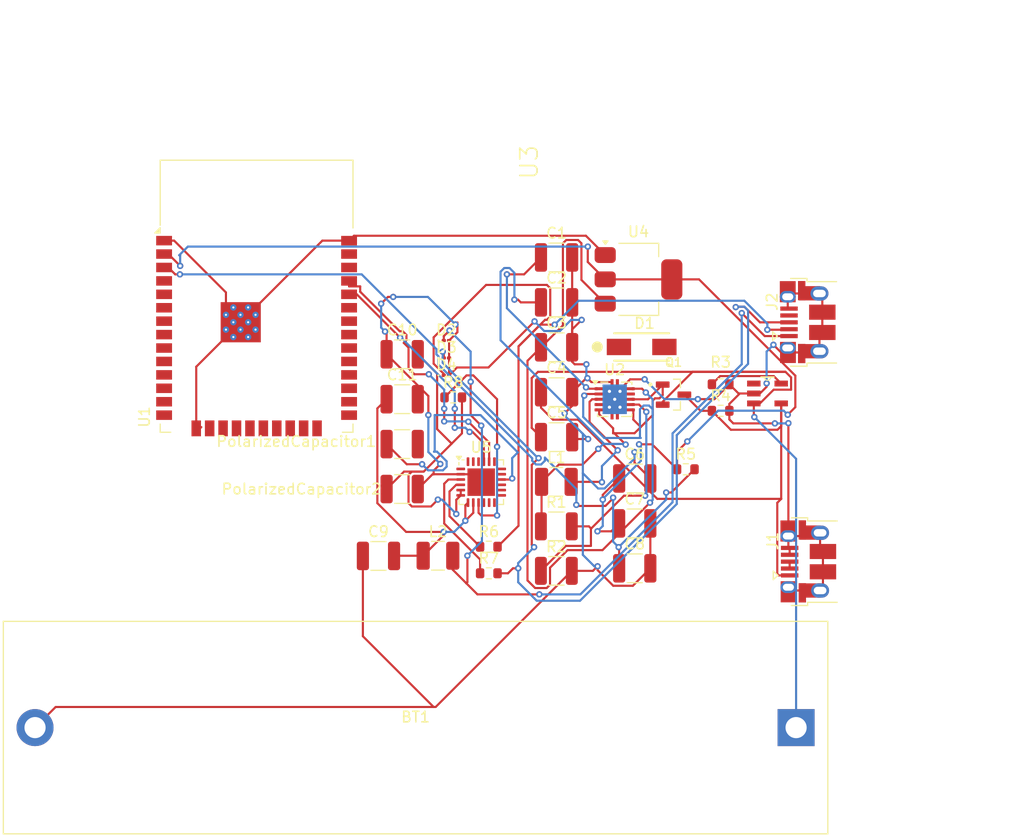
<source format=kicad_pcb>
(kicad_pcb (version 20241229) (generator "pcbnew") (generator_version "9.0")
  (layers (0 "F.Cu" signal) (2 "B.Cu" signal) (13 "F.Paste" user) (15 "B.Paste" user) (5 "F.SilkS" user "F.Silkscreen") (7 "B.SilkS" user "B.Silkscreen") (1 "F.Mask" user) (3 "B.Mask" user) (25 "Edge.Cuts" user))
  (net 0 "")
  (net 1 "Net-(U4-GND)")
  (net 3 "3.3V OUT")
  (net 8 "Net-(U1-EN)")
  (net 19 "TX")
  (net 23 "RX")
  (net 37 "Net-(Q1-D)")
  (net 38 "GND")
  (net 39 "5v OUT")
  (net 40 "Net-(U2-VAUX)")
  (net 41 "Net-(U2-L)")
  (net 42 "Net-(U2-UVLO)")
  (net 43 "Net-(D1-A)")
  (net 44 "Net-(BT1-+)")
  (net 46 "Net-(U3-PROG)")
  (net 47 "Net-(J1-D+)")
  (net 48 "USB 5V OUT")
  (net 50 "3.3v OUT CP2104")
  (net 51 "Net-(D2-K)")
  (net 52 "Net-(D3-K)")
  (net 53 "Net-(U5-D-)")
  (net 54 "Net-(U5-D+)")
  (net 55 "Net-(D4-K)")
  (net 59 "Net-(U5-VPP)")
  (net 61 "Net-(U5-~{RST})")
  (footprint "Resistor_SMD:R_0603_1608Metric" (layer "F.Cu") (at 58.22 66.47)
    (property "Reference" "R7")
    (property "Value" "22")
  )
  (footprint "Inductor_SMD:L_1210_3225Metric" (layer "F.Cu") (at 64.61 57.82)
    (property "Reference" "L1")
    (property "Value" "2.2uH")
  )
  (footprint "Resistor_SMD:R_1210_3225Metric" (layer "F.Cu") (at 64.61 66.24)
    (property "Reference" "R2")
    (property "Value" "180K")
  )
  (footprint "Package_TO_SOT_SMD:SOT95P280X145-5N" (layer "F.Cu") (at 84.5854 49.4606)
    (property "Reference" "U3")
    (property "Value" "MCP73831-2-OT")
  )
  (footprint "Connector_USB:USB_Micro-B_Amphenol_10103594-0001LF_Horizontal" (layer "F.Cu") (at 88.385 42.705 90)
    (property "Reference" "J2")
    (property "Value" "USB_B_Micro")
  )
  (footprint "Package_DFN_QFN:QFN-24-1EP_4x4mm_P0.5mm_EP2.6x2.6mm" (layer "F.Cu") (at 57.5 57.85)
    (property "Reference" "U5")
    (property "Value" "CP2104")
  )
  (footprint "Diode_SMD:D_01005_0402Metric" (layer "F.Cu") (at 54.21 46.1)
    (property "Reference" "D3")
    (property "Value" "PTVS5V0Z1USK")
  )
  (footprint "SI2333DS-T1-E3:SOT95P237X112-3N" (layer "F.Cu") (at 75.695 49.57)
    (property "Reference" "Q1")
    (property "Value" "Q_PMOS_DSG")
  )
  (footprint "Capacitor_SMD:C_1210_3225Metric" (layer "F.Cu") (at 50.025 50)
    (property "Reference" "C11")
    (property "Value" "1uF")
  )
  (footprint "Capacitor_SMD:C_1210_3225Metric" (layer "F.Cu") (at 50.025 58.5)
    (property "Reference" "PolarizedCapacitor2")
    (property "Value" "4.7uF")
  )
  (footprint "Diode_SMD:D_01005_0402Metric" (layer "F.Cu") (at 54.21 44.45)
    (property "Reference" "D2")
    (property "Value" "PTVS5V0Z1USK")
  )
  (footprint "Inductor_SMD:L_1210_3225Metric" (layer "F.Cu") (at 53.41 64.81)
    (property "Reference" "L2")
    (property "Value" "2.2uH")
  )
  (footprint "Resistor_SMD:R_0603_1608Metric" (layer "F.Cu") (at 54.855 49.83)
    (property "Reference" "R8")
    (property "Value" "4.7K")
  )
  (footprint "Capacitor_SMD:C_1210_3225Metric" (layer "F.Cu") (at 64.63 53.59)
    (property "Reference" "C5")
    (property "Value" "4.7uF")
  )
  (footprint "Connector_USB:USB_Micro-B_Amphenol_10103594-0001LF_Horizontal" (layer "F.Cu") (at 88.445 65.345 90)
    (property "Reference" "J1")
    (property "Value" "USB_B_Micro")
  )
  (footprint "Capacitor_SMD:C_1210_3225Metric" (layer "F.Cu") (at 47.78 64.83)
    (property "Reference" "C9")
    (property "Value" "0.1uF")
  )
  (footprint "Diode_SMD:D_01005_0402Metric" (layer "F.Cu") (at 54.21 47.75)
    (property "Reference" "D4")
    (property "Value" "PTVS5V0Z1USK")
  )
  (footprint "Capacitor_SMD:C_1210_3225Metric" (layer "F.Cu") (at 72.025 66)
    (property "Reference" "C8")
    (property "Value" "1uF")
  )
  (footprint "Diode_SMD:DIOM5226X220N" (layer "F.Cu") (at 72.679262 45.06)
    (property "Reference" "D1")
    (property "Value" "D_Schottky")
  )
  (footprint "Package_TO_SOT_SMD:SOT-223-3_TabPin2" (layer "F.Cu") (at 72.38 38.665)
    (property "Reference" "U4")
    (property "Value" "AMS1117-3.3")
  )
  (footprint "Package_SON:Texas_S-PVSON-N10_ThermalVias" (layer "F.Cu") (at 70.13 50.01)
    (property "Reference" "U2")
    (property "Value" "TPS61200DRC")
  )
  (footprint "Resistor_SMD:R_1210_3225Metric" (layer "F.Cu") (at 64.61 62.03)
    (property "Reference" "R1")
    (property "Value" "2M")
  )
  (footprint "Battery:BatteryHolder_MPD_BH-18650-PC2" (layer "F.Cu") (at 87.29 81.07 180)
    (property "Reference" "BT1")
    (property "Value" "Battery_Cell")
  )
  (footprint "Resistor_SMD:R_0603_1608Metric" (layer "F.Cu") (at 80.15 51.1)
    (property "Reference" "R4")
    (property "Value" "10K")
  )
  (footprint "Capacitor_SMD:C_1210_3225Metric" (layer "F.Cu") (at 50.025 45.75)
    (property "Reference" "C10")
    (property "Value" "0.1uF")
  )
  (footprint "Resistor_SMD:R_0603_1608Metric" (layer "F.Cu") (at 58.22 63.96)
    (property "Reference" "R6")
    (property "Value" "22")
  )
  (footprint "Capacitor_SMD:C_1210_3225Metric" (layer "F.Cu") (at 64.63 45.09)
    (property "Reference" "C3")
    (property "Value" "22uF")
  )
  (footprint "Capacitor_SMD:C_1210_3225Metric" (layer "F.Cu") (at 72.025 57.5)
    (property "Reference" "C6")
    (property "Value" "22uF")
  )
  (footprint "RF_Module:ESP32-WROOM-32D" (layer "F.Cu") (at 36.25 43.25)
    (property "Reference" "U1")
    (property "Value" "ESP32-WROOM-32E")
  )
  (footprint "Capacitor_SMD:C_1210_3225Metric" (layer "F.Cu") (at 50.025 54.25)
    (property "Reference" "PolarizedCapacitor1")
    (property "Value" "4.7uF")
  )
  (footprint "Resistor_SMD:R_0603_1608Metric" (layer "F.Cu") (at 80.15 48.59)
    (property "Reference" "R3")
    (property "Value" "10K")
  )
  (footprint "Capacitor_SMD:C_1210_3225Metric" (layer "F.Cu") (at 64.63 40.84)
    (property "Reference" "C2")
    (property "Value" "4.7uF")
  )
  (footprint "Resistor_SMD:R_0603_1608Metric" (layer "F.Cu") (at 76.855 56.63)
    (property "Reference" "R5")
    (property "Value" "10K")
  )
  (footprint "Capacitor_SMD:C_1210_3225Metric" (layer "F.Cu") (at 72.025 61.75)
    (property "Reference" "C7")
    (property "Value" "1uF")
  )
  (footprint "Capacitor_SMD:C_1210_3225Metric" (layer "F.Cu") (at 64.63 36.59)
    (property "Reference" "C1")
    (property "Value" "1uF")
  )
  (footprint "Capacitor_SMD:C_1210_3225Metric" (layer "F.Cu") (at 64.63 49.34)
    (property "Reference" "C4")
    (property "Value" "4.7uF")
  )
  (segment (start 30.9 52.76) (end 31.02 52.64) (width 0.2) (layer "F.Cu") (net 1))
  (segment (start 30.54 46.93) (end 30.54 52.76) (width 0.2) (layer "F.Cu") (net 1))
  (segment (start 30.54 52.76) (end 30.9 52.76) (width 0.2) (layer "F.Cu") (net 1))
  (segment (start 45.462 34.538) (end 45 35) (width 0.2) (layer "F.Cu") (net 1))
  (segment (start 27.5 35) (end 28.45 35) (width 0.2) (layer "F.Cu") (net 1))
  (segment (start 36.15 41.32) (end 42.47 35) (width 0.2) (layer "F.Cu") (net 1))
  (segment (start 28.45 35) (end 33.35 39.9) (width 0.2) (layer "F.Cu") (net 1))
  (segment (start 69.23 36.365) (end 67.403 34.538) (width 0.2) (layer "F.Cu") (net 1))
  (segment (start 33.35 44.12) (end 30.54 46.93) (width 0.2) (layer "F.Cu") (net 1))
  (segment (start 42.47 35) (end 45 35) (width 0.2) (layer "F.Cu") (net 1))
  (segment (start 67.403 34.538) (end 45.462 34.538) (width 0.2) (layer "F.Cu") (net 1))
  (segment (start 33.35 39.9) (end 33.35 41.32) (width 0.2) (layer "F.Cu") (net 1))
  (segment (start 29.02 37.39) (end 27.9 36.27) (width 0.2) (layer "F.Cu") (net 3))
  (segment (start 87.2178 50.752467) (end 86.497851 51.472416) (width 0.2) (layer "F.Cu") (net 3))
  (segment (start 69.8 62.5) (end 70.55 61.75) (width 0.2) (layer "F.Cu") (net 3))
  (segment (start 69 59.05) (end 70.55 57.5) (width 0.2) (layer "F.Cu") (net 3))
  (segment (start 69 59.5) (end 69 59.05) (width 0.2) (layer "F.Cu") (net 3))
  (segment (start 76.03 56.63) (end 76.03 56.97) (width 0.2) (layer "F.Cu") (net 3))
  (segment (start 27.9 36.27) (end 27.5 36.27) (width 0.2) (layer "F.Cu") (net 3))
  (segment (start 75.53 38.665) (end 69.23 38.665) (width 0.2) (layer "F.Cu") (net 3))
  (segment (start 68.5 62.5) (end 69.8 62.5) (width 0.2) (layer "F.Cu") (net 3))
  (segment (start 87.2178 47.7743) (end 87.2178 50.752467) (width 0.2) (layer "F.Cu") (net 3))
  (segment (start 75.53 38.665) (end 78.1085 38.665) (width 0.2) (layer "F.Cu") (net 3))
  (segment (start 67.581 37.016) (end 67.581 35.564527) (width 0.2) (layer "F.Cu") (net 3))
  (segment (start 77 54) (end 76.03 54.97) (width 0.2) (layer "F.Cu") (net 3))
  (segment (start 76.03 54.97) (end 76.03 56.63) (width 0.2) (layer "F.Cu") (net 3))
  (segment (start 78.1085 38.665) (end 87.2178 47.7743) (width 0.2) (layer "F.Cu") (net 3))
  (segment (start 76.03 56.63) (end 73.67 54.27) (width 0.2) (layer "F.Cu") (net 3))
  (segment (start 69.23 38.665) (end 67.581 37.016) (width 0.2) (layer "F.Cu") (net 3))
  (segment (start 73.67 54.27) (end 72.432129 54.27) (width 0.2) (layer "F.Cu") (net 3))
  (via (at 72.432129 54.27) (size 0.6) (drill 0.3) (layers "F.Cu" "B.Cu") (net 3))
  (via (at 68.5 62.5) (size 0.6) (drill 0.3) (layers "F.Cu" "B.Cu") (net 3))
  (via (at 77 54) (size 0.6) (drill 0.3) (layers "F.Cu" "B.Cu") (net 3))
  (via (at 86.497851 51.472416) (size 0.6) (drill 0.3) (layers "F.Cu" "B.Cu") (net 3))
  (via (at 29.02 37.39) (size 0.6) (drill 0.3) (layers "F.Cu" "B.Cu") (net 3))
  (via (at 69 59.5) (size 0.6) (drill 0.3) (layers "F.Cu" "B.Cu") (net 3))
  (via (at 67.581 35.564527) (size 0.6) (drill 0.3) (layers "F.Cu" "B.Cu") (net 3))
  (via (at 69 59.5) (size 0.6) (drill 0.3) (layers "F.Cu" "B.Cu") (net 3))
  (segment (start 29.01 36.38) (end 29.02 36.39) (width 0.2) (layer "B.Cu") (net 3))
  (segment (start 72.601 55.84053) (end 69 59.44153) (width 0.2) (layer "B.Cu") (net 3))
  (segment (start 69 62) (end 68.5 62.5) (width 0.2) (layer "B.Cu") (net 3))
  (segment (start 29.745473 35.564527) (end 28.93 36.38) (width 0.2) (layer "B.Cu") (net 3))
  (segment (start 72.432129 54.27) (end 72.601 54.438871) (width 0.2) (layer "B.Cu") (net 3))
  (segment (start 69 59.44153) (end 69 59.5) (width 0.2) (layer "B.Cu") (net 3))
  (segment (start 67.581 35.564527) (end 29.745473 35.564527) (width 0.2) (layer "B.Cu") (net 3))
  (segment (start 72.601 54.438871) (end 72.601 55.84053) (width 0.2) (layer "B.Cu") (net 3))
  (segment (start 86.114435 51.089) (end 79.911 51.089) (width 0.2) (layer "B.Cu") (net 3))
  (segment (start 29.02 36.39) (end 29.02 37.39) (width 0.2) (layer "B.Cu") (net 3))
  (segment (start 28.93 36.38) (end 29.01 36.38) (width 0.2) (layer "B.Cu") (net 3))
  (segment (start 86.497851 51.472416) (end 86.114435 51.089) (width 0.2) (layer "B.Cu") (net 3))
  (segment (start 79.911 51.089) (end 77 54) (width 0.2) (layer "B.Cu") (net 3))
  (segment (start 69 59.5) (end 69 62) (width 0.2) (layer "B.Cu") (net 3))
  (segment (start 70.55 64.05) (end 70.55 66) (width 0.2) (layer "F.Cu") (net 8))
  (segment (start 27.5 37.54) (end 27.901427 37.54) (width 0.2) (layer "F.Cu") (net 8))
  (segment (start 69.978636 59.371307) (end 69.978637 59.312836) (width 0.2) (layer "F.Cu") (net 8))
  (segment (start 77.68 56.63) (end 75.48 58.83) (width 0.2) (layer "F.Cu") (net 8))
  (segment (start 75.48 58.83) (end 75 58.83) (width 0.2) (layer "F.Cu") (net 8))
  (segment (start 28.551 38.189573) (end 28.993784 38.189573) (width 0.2) (layer "F.Cu") (net 8))
  (segment (start 66.601 60.101) (end 69.248943 60.101) (width 0.2) (layer "F.Cu") (net 8))
  (segment (start 69.248943 60.101) (end 69.978636 59.371307) (width 0.2) (layer "F.Cu") (net 8))
  (segment (start 70.5 64) (end 70.55 64.05) (width 0.2) (layer "F.Cu") (net 8))
  (segment (start 66.5 60) (end 66.601 60.101) (width 0.2) (layer "F.Cu") (net 8))
  (segment (start 27.901427 37.54) (end 28.551 38.189573) (width 0.2) (layer "F.Cu") (net 8))
  (via (at 70.5 64) (size 0.6) (drill 0.3) (layers "F.Cu" "B.Cu") (net 8))
  (via (at 69.978637 59.312836) (size 0.6) (drill 0.3) (layers "F.Cu" "B.Cu") (net 8))
  (via (at 28.993784 38.189573) (size 0.6) (drill 0.3) (layers "F.Cu" "B.Cu") (net 8))
  (via (at 66.5 60) (size 0.6) (drill 0.3) (layers "F.Cu" "B.Cu") (net 8))
  (via (at 75 58.83) (size 0.6) (drill 0.3) (layers "F.Cu" "B.Cu") (net 8))
  (segment (start 46.189573 38.189573) (end 53.259 45.259) (width 0.2) (layer "B.Cu") (net 8))
  (segment (start 69.978637 59.312836) (end 69.978637 63.478637) (width 0.2) (layer "B.Cu") (net 8))
  (segment (start 28.993784 38.189573) (end 46.189573 38.189573) (width 0.2) (layer "B.Cu") (net 8))
  (segment (start 53.459 45.948943) (end 53.459 46.393843) (width 0.2) (layer "B.Cu") (net 8))
  (segment (start 53.459 46.393843) (end 53.459 46.726043) (width 0.2) (layer "B.Cu") (net 8))
  (segment (start 63.173208 56.176735) (end 63.525265 55.824678) (width 0.2) (layer "B.Cu") (net 8))
  (segment (start 63.525265 55.525265) (end 66.5 58.5) (width 0.2) (layer "B.Cu") (net 8))
  (segment (start 53.259 45.259) (end 53.259 45.748943) (width 0.2) (layer "B.Cu") (net 8))
  (segment (start 53.259 45.748943) (end 53.459 45.948943) (width 0.2) (layer "B.Cu") (net 8))
  (segment (start 53.459 46.726043) (end 53.6939 46.960943) (width 0.2) (layer "B.Cu") (net 8))
  (segment (start 69.978637 63.478637) (end 70.5 64) (width 0.2) (layer "B.Cu") (net 8))
  (segment (start 75 59.5) (end 70.5 64) (width 0.2) (layer "B.Cu") (net 8))
  (segment (start 62.675322 56.176735) (end 63.173208 56.176735) (width 0.2) (layer "B.Cu") (net 8))
  (segment (start 63.525265 55.824678) (end 63.525265 55.525265) (width 0.2) (layer "B.Cu") (net 8))
  (segment (start 53.6939 46.960943) (end 62.323265 55.590308) (width 0.2) (layer "B.Cu") (net 8))
  (segment (start 62.323265 55.824678) (end 62.675322 56.176735) (width 0.2) (layer "B.Cu") (net 8))
  (segment (start 62.323265 55.590308) (end 62.323265 55.824678) (width 0.2) (layer "B.Cu") (net 8))
  (segment (start 75 58.83) (end 75 59.5) (width 0.2) (layer "B.Cu") (net 8))
  (segment (start 66.5 58.5) (end 66.5 60) (width 0.2) (layer "B.Cu") (net 8))
  (segment (start 45 38.81) (end 45 39.329) (width 0.2) (layer "F.Cu") (net 19))
  (segment (start 46.051 39.83243) (end 46.13247 39.9139) (width 0.2) (layer "F.Cu") (net 19))
  (segment (start 46.051 39.329) (end 46.051 39.83243) (width 0.2) (layer "F.Cu") (net 19))
  (segment (start 50.624 45.124) (end 50.624 47.08516) (width 0.2) (layer "F.Cu") (net 19))
  (segment (start 50.426735 43.925322) (end 50.426735 44.423208) (width 0.2) (layer "F.Cu") (net 19))
  (segment (start 46.13247 39.9139) (end 49.791835 43.573265) (width 0.2) (layer "F.Cu") (net 19))
  (segment (start 45 39.329) (end 46.051 39.329) (width 0.2) (layer "F.Cu") (net 19))
  (segment (start 50.174972 44.674972) (end 50.624 45.124) (width 0.2) (layer "F.Cu") (net 19))
  (segment (start 54 50.9) (end 54 52.1) (width 0.2) (layer "F.Cu") (net 19))
  (segment (start 58.25 54.098528) (end 58.25 55.9125) (width 0.2) (layer "F.Cu") (net 19))
  (segment (start 50.426735 44.423208) (end 50.174972 44.674972) (width 0.2) (layer "F.Cu") (net 19))
  (segment (start 50.074678 43.573265) (end 50.426735 43.925322) (width 0.2) (layer "F.Cu") (net 19))
  (segment (start 50.624 47.08516) (end 51.180351 47.641511) (width 0.2) (layer "F.Cu") (net 19))
  (segment (start 56.28 52.128528) (end 58.25 54.098528) (width 0.2) (layer "F.Cu") (net 19))
  (segment (start 51.180351 47.641511) (end 52.542981 47.641511) (width 0.2) (layer "F.Cu") (net 19))
  (segment (start 49.791835 43.573265) (end 50.074678 43.573265) (width 0.2) (layer "F.Cu") (net 19))
  (via (at 56.28 52.128528) (size 0.6) (drill 0.3) (layers "F.Cu" "B.Cu") (net 19))
  (via (at 54 50.9) (size 0.6) (drill 0.3) (layers "F.Cu" "B.Cu") (net 19))
  (via (at 54 52.1) (size 0.6) (drill 0.3) (layers "F.Cu" "B.Cu") (net 19))
  (via (at 52.542981 47.641511) (size 0.6) (drill 0.3) (layers "F.Cu" "B.Cu") (net 19))
  (segment (start 52.542981 47.641511) (end 54 49.09853) (width 0.2) (layer "B.Cu") (net 19))
  (segment (start 54 49.09853) (end 54 50.9) (width 0.2) (layer "B.Cu") (net 19))
  (segment (start 54 52.1) (end 56.251472 52.1) (width 0.2) (layer "B.Cu") (net 19))
  (segment (start 56.251472 52.1) (end 56.28 52.128528) (width 0.2) (layer "B.Cu") (net 19))
  (segment (start 55 50.9) (end 55 52.7) (width 0.2) (layer "F.Cu") (net 23))
  (segment (start 56.401471 53.098529) (end 56.682901 53.098529) (width 0.2) (layer "F.Cu") (net 23))
  (segment (start 56.682901 53.098529) (end 57.75 54.165628) (width 0.2) (layer "F.Cu") (net 23))
  (segment (start 57.75 54.165628) (end 57.75 55.9125) (width 0.2) (layer "F.Cu") (net 23))
  (segment (start 45 40.08) (end 45.73147 40.08) (width 0.2) (layer "F.Cu") (net 23))
  (segment (start 45.73147 40.08) (end 49.825735 44.174265) (width 0.2) (layer "F.Cu") (net 23))
  (via (at 55 52.7) (size 0.6) (drill 0.3) (layers "F.Cu" "B.Cu") (net 23))
  (via (at 49.825735 44.174265) (size 0.6) (drill 0.3) (layers "F.Cu" "B.Cu") (net 23))
  (via (at 55 50.9) (size 0.6) (drill 0.3) (layers "F.Cu" "B.Cu") (net 23))
  (via (at 56.401471 53.098529) (size 0.6) (drill 0.3) (layers "F.Cu" "B.Cu") (net 23))
  (segment (start 55 49.248587) (end 55 50.9) (width 0.2) (layer "B.Cu") (net 23))
  (segment (start 49.825735 44.174265) (end 49.925678 44.174265) (width 0.2) (layer "B.Cu") (net 23))
  (segment (start 56.002942 52.7) (end 56.401471 53.098529) (width 0.2) (layer "B.Cu") (net 23))
  (segment (start 49.925678 44.174265) (end 55 49.248587) (width 0.2) (layer "B.Cu") (net 23))
  (segment (start 55 52.7) (end 56.002942 52.7) (width 0.2) (layer "B.Cu") (net 23))
  (segment (start 60.64 40.58) (end 60.98 40.58) (width 0.2) (layer "F.Cu") (net 37))
  (segment (start 61.24 40.84) (end 63.155 40.84) (width 0.2) (layer "F.Cu") (net 37))
  (segment (start 68.655 51.427) (end 68.655 51.01) (width 0.2) (layer "F.Cu") (net 37))
  (segment (start 72.594 52.634) (end 71.89 51.93) (width 0.2) (layer "F.Cu") (net 37))
  (segment (start 73.719 50.137176) (end 73.719 51.509) (width 0.2) (layer "F.Cu") (net 37))
  (segment (start 74.67 48.62) (end 74.67 49.61) (width 0.2) (layer "F.Cu") (net 37))
  (segment (start 74.67 49.61) (end 74.361 49.919) (width 0.2) (layer "F.Cu") (net 37))
  (segment (start 71.16 54.29) (end 70.09 53.22) (width 0.2) (layer "F.Cu") (net 37))
  (segment (start 73.28 50.01) (end 71.89 50.01) (width 0.2) (layer "F.Cu") (net 37))
  (segment (start 60.98 40.58) (end 61.24 40.84) (width 0.2) (layer "F.Cu") (net 37))
  (segment (start 63.21 57.82) (end 63.21 61.9675) (width 0.2) (layer "F.Cu") (net 37))
  (segment (start 71.89 51.93) (end 71.89 51.01) (width 0.2) (layer "F.Cu") (net 37))
  (segment (start 69.98 53.22) (end 69.98 52.752) (width 0.2) (layer "F.Cu") (net 37))
  (segment (start 67.086 56.194) (end 68.578815 54.701185) (width 0.2) (layer "F.Cu") (net 37))
  (segment (start 73.937176 49.919) (end 73.719 50.137176) (width 0.2) (layer "F.Cu") (net 37))
  (segment (start 72.594 52.634) (end 72.008 53.22) (width 0.2) (layer "F.Cu") (net 37))
  (segment (start 69.98 52.752) (end 68.655 51.427) (width 0.2) (layer "F.Cu") (net 37))
  (segment (start 63.21 57.82) (end 64.836 56.194) (width 0.2) (layer "F.Cu") (net 37))
  (segment (start 72.008 53.22) (end 69.98 53.22) (width 0.2) (layer "F.Cu") (net 37))
  (segment (start 63.21 61.9675) (end 63.1475 62.03) (width 0.2) (layer "F.Cu") (net 37))
  (segment (start 74.67 48.62) (end 73.28 50.01) (width 0.2) (layer "F.Cu") (net 37))
  (segment (start 64.836 56.194) (end 67.086 56.194) (width 0.2) (layer "F.Cu") (net 37))
  (segment (start 74.361 49.919) (end 73.937176 49.919) (width 0.2) (layer "F.Cu") (net 37))
  (segment (start 73.719 51.509) (end 72.594 52.634) (width 0.2) (layer "F.Cu") (net 37))
  (segment (start 70.09 53.22) (end 69.98 53.22) (width 0.2) (layer "F.Cu") (net 37))
  (via (at 60.64 40.58) (size 0.6) (drill 0.3) (layers "F.Cu" "B.Cu") (net 37))
  (via (at 71.16 54.29) (size 0.6) (drill 0.3) (layers "F.Cu" "B.Cu") (net 37))
  (via (at 68.578815 54.701185) (size 0.6) (drill 0.3) (layers "F.Cu" "B.Cu") (net 37))
  (segment (start 70.56 54.236655) (end 71.106655 54.236655) (width 0.2) (layer "B.Cu") (net 37))
  (segment (start 59.329 37.941057) (end 59.681057 37.589) (width 0.2) (layer "B.Cu") (net 37))
  (segment (start 71.106655 54.236655) (end 71.16 54.29) (width 0.2) (layer "B.Cu") (net 37))
  (segment (start 60.178943 37.589) (end 60.64 38.050057) (width 0.2) (layer "B.Cu") (net 37))
  (segment (start 69.043345 54.236655) (end 70.56 54.236655) (width 0.2) (layer "B.Cu") (net 37))
  (segment (start 59.329 44.4261) (end 59.329 37.941057) (width 0.2) (layer "B.Cu") (net 37))
  (segment (start 60.64 38.050057) (end 60.64 40.58) (width 0.2) (layer "B.Cu") (net 37))
  (segment (start 70.56 54.236655) (end 69.139555 54.236655) (width 0.2) (layer "B.Cu") (net 37))
  (segment (start 68.578815 54.701185) (end 69.043345 54.236655) (width 0.2) (layer "B.Cu") (net 37))
  (segment (start 69.139555 54.236655) (end 59.329 44.4261) (width 0.2) (layer "B.Cu") (net 37))
  (segment (start 59.681057 37.589) (end 60.178943 37.589) (width 0.2) (layer "B.Cu") (net 37))
  (segment (start 49.174265 40.325735) (end 48.674265 40.325735) (width 0.2) (layer "F.Cu") (net 38))
  (segment (start 66.285 53.77) (end 66.105 53.59) (width 0.2) (layer "F.Cu") (net 38))
  (segment (start 52.5 49.7) (end 48.55 45.75) (width 0.2) (layer "F.Cu") (net 38))
  (segment (start 56.75 57.1) (end 55.5625 57.1) (width 0.2) (layer "F.Cu") (net 38))
  (segment (start 66.105 43.395) (end 66.105 45.09) (width 0.2) (layer "F.Cu") (net 38))
  (segment (start 89.5 40) (end 86.67 40) (width 0.2) (layer "F.Cu") (net 38))
  (segment (start 73.5 66) (end 71.849 67.651) (width 0.2) (layer "F.Cu") (net 38))
  (segment (start 80.975 48.59) (end 79.569265 49.995735) (width 0.2) (layer "F.Cu") (net 38))
  (segment (start 79.569265 49.995735) (end 77.994265 49.995735) (width 0.2) (layer "F.Cu") (net 38))
  (segment (start 66.105 45.09) (end 66.105 46.463) (width 0.2) (layer "F.Cu") (net 38))
  (segment (start 68.5 65.81) (end 68.07 66.24) (width 0.2) (layer "F.Cu") (net 38))
  (segment (start 81.8456 49.4606) (end 81.96 49.4606) (width 0.2) (layer "F.Cu") (net 38))
  (segment (start 55.21 47) (end 58.18531 47) (width 0.2) (layer "F.Cu") (net 38))
  (segment (start 86.5 39.83) (end 86.5 41.31) (width 0.2) (layer "F.Cu") (net 38))
  (segment (start 58.18531 47) (end 62.545916 42.639394) (width 0.2) (layer "F.Cu") (net 38))
  (segment (start 89.5 45.46) (end 89.5 43.96) (width 0.2) (layer "F.Cu") (net 38))
  (segment (start 69.98984 67.651) (end 68.51 66.17116) (width 0.2) (layer "F.Cu") (net 38))
  (segment (start 67.917 48.38) (end 69.88 48.38) (width 0.2) (layer "F.Cu") (net 38))
  (segment (start 55.065687 42.9329) (end 55.065687 42.934313) (width 0.2) (layer "F.Cu") (net 38))
  (segment (start 84.5 48.5) (end 84.5 48.8272) (width 0.2) (layer "F.Cu") (net 38))
  (segment (start 71.605 49.51) (end 70.88 49.51) (width 0.2) (layer "F.Cu") (net 38))
  (segment (start 70.879 49.192668) (end 71.196332 49.51) (width 0.2) (layer "F.Cu") (net 38))
  (segment (start 86.5 41.31) (end 86.62 41.43) (width 0.2) (layer "F.Cu") (net 38))
  (segment (start 66.105 49.34) (end 66.105 50.627373) (width 0.2) (layer "F.Cu") (net 38))
  (segment (start 68.51 65.81) (end 68.5 65.81) (width 0.2) (layer "F.Cu") (net 38))
  (segment (start 17.241 79.119) (end 15.29 81.07) (width 0.2) (layer "F.Cu") (net 38))
  (segment (start 89.77 41.77) (end 89.77 40.27) (width 0.2) (layer "F.Cu") (net 38))
  (segment (start 67 42.5) (end 66.105 43.395) (width 0.2) (layer "F.Cu") (net 38))
  (segment (start 52.5 51.5) (end 52.5 49.7) (width 0.2) (layer "F.Cu") (net 38))
  (segment (start 81.35 52.29) (end 85.2808 52.29) (width 0.2) (layer "F.Cu") (net 38))
  (segment (start 80.975 50.4456) (end 81.96 49.4606) (width 0.2) (layer "F.Cu") (net 38))
  (segment (start 67.432 48.013) (end 66.105 49.34) (width 0.2) (layer "F.Cu") (net 38))
  (segment (start 66.105 40.84) (end 66.105 45.09) (width 0.2) (layer "F.Cu") (net 38))
  (segment (start 54.46 46.1) (end 54.46 47.75) (width 0.2) (layer "F.Cu") (net 38))
  (segment (start 67.55 48.013) (end 67.432 48.013) (width 0.2) (layer "F.Cu") (net 38))
  (segment (start 83.8666 49.4606) (end 83.29 49.4606) (width 0.2) (layer "F.Cu") (net 38))
  (segment (start 66.342 46.7) (end 67.45 46.7) (width 0.2) (layer "F.Cu") (net 38))
  (segment (start 66.105 46.463) (end 66.342 46.7) (width 0.2) (layer "F.Cu") (net 38))
  (segment (start 53.1935 79.119) (end 53 79.119) (width 0.2) (layer "F.Cu") (net 38))
  (segment (start 80.975 51.1) (end 80.975 51.915) (width 0.2) (layer "F.Cu") (net 38))
  (segment (start 89.5 43.96) (end 89.77 43.69) (width 0.2) (layer "F.Cu") (net 38))
  (segment (start 85.87203 45.58) (end 85.146015 44.853985) (width 0.2) (layer "F.Cu") (net 38))
  (segment (start 48.674265 40.325735) (end 48.03355 40.96645) (width 0.2) (layer "F.Cu") (net 38))
  (segment (start 80.975 48.59) (end 81.8456 49.4606) (width 0.2) (layer "F.Cu") (net 38))
  (segment (start 53 79.119) (end 17.241 79.119) (width 0.2) (layer "F.Cu") (net 38))
  (segment (start 86.52 45.58) (end 85.87203 45.58) (width 0.2) (layer "F.Cu") (net 38))
  (segment (start 55.249294 42.749293) (end 55.065687 42.9329) (width 0.2) (layer "F.Cu") (net 38))
  (segment (start 71.849 67.651) (end 69.98984 67.651) (width 0.2) (layer "F.Cu") (net 38))
  (segment (start 89.77 40.27) (end 89.5 40) (width 0.2) (layer "F.Cu") (net 38))
  (segment (start 68.51 66.17116) (end 68.51 65.81) (width 0.2) (layer "F.Cu") (net 38))
  (segment (start 81.06 52) (end 81.35 52.29) (width 0.2) (layer "F.Cu") (net 38))
  (segment (start 57.5 57.85) (end 56.75 57.1) (width 0.2) (layer "F.Cu") (net 38))
  (segment (start 46.305 72.424) (end 53 79.119) (width 0.2) (layer "F.Cu") (net 38))
  (segment (start 71.196332 49.51) (end 71.89 49.51) (width 0.2) (layer "F.Cu") (net 38))
  (segment (start 66.105 50.627373) (end 65.393373 51.339) (width 0.2) (layer "F.Cu") (net 38))
  (segment (start 80.975 51.915) (end 81.06 52) (width 0.2) (layer "F.Cu") (net 38))
  (segment (start 66.105 36.59) (end 66.105 40.84) (width 0.2) (layer "F.Cu") (net 38))
  (segment (start 68.07 66.24) (end 66.0725 66.24) (width 0.2) (layer "F.Cu") (net 38))
  (segment (start 67.55 48.013) (end 67.917 48.38) (width 0.2) (layer "F.Cu") (net 38))
  (segment (start 48.55 43.74706) (end 48.55 45.75) (width 0.2) (layer "F.Cu") (net 38))
  (segment (start 86.52 45.58) (end 88.45 45.58) (width 0.2) (layer "F.Cu") (net 38))
  (segment (start 89.83 64.41) (end 89.83 66.33) (width 0.2) (layer "F.Cu") (net 38))
  (segment (start 67.61 53.77) (end 66.285 53.77) (width 0.2) (layer "F.Cu") (net 38))
  (segment (start 70.879 48.827332) (end 70.879 49.192668) (width 0.2) (layer "F.Cu") (net 38))
  (segment (start 48.40147 43.59853) (end 48.55 43.74706) (width 0.2) (layer "F.Cu") (net 38))
  (segment (start 89.56 68.1) (end 86.7 68.1) (width 0.2) (layer "F.Cu") (net 38))
  (segment (start 86.56 62.95) (end 86.56 63.95) (width 0.2) (layer "F.Cu") (net 38))
  (segment (start 86.56 62.95) (end 88.3 62.95) (width 0.2) (layer "F.Cu") (net 38))
  (segment (start 53 57.1) (end 55.5625 57.1) (width 0.2) (layer "F.Cu") (net 38))
  (segment (start 69.63 50.76) (end 69.38 50.51) (width 0.2) (layer "F.Cu") (net 38))
  (segment (start 54.46 44.45) (end 55.249294 43.660706) (width 0.2) (layer "F.Cu") (net 38))
  (segment (start 81.96 49.4606) (end 83.29 49.4606) (width 0.2) (layer "F.Cu") (net 38))
  (segment (start 51.5 58.5) (end 52.9 57.1) (width 0.2) (layer "F.Cu") (net 38))
  (segment (start 80.975 51.1) (end 80.975 50.4456) (width 0.2) (layer "F.Cu") (net 38))
  (segment (start 72 56) (end 73.5 57.5) (width 0.2) (layer "F.Cu") (net 38))
  (segment (start 89.56 64.14) (end 89.83 64.41) (width 0.2) (layer "F.Cu") (net 38))
  (segment (start 73.5 66) (end 73.5 61.75) (width 0.2) (layer "F.Cu") (net 38))
  (segment (start 89.56 62.64) (end 89.56 64.14) (width 0.2) (layer "F.Cu") (net 38))
  (segment (start 86.67 40) (end 86.5 39.83) (width 0.2) (layer "F.Cu") (net 38))
  (segment (start 84.5 48.8272) (end 83.8666 49.4606) (width 0.2) (layer "F.Cu") (net 38))
  (segment (start 70.88 49.51) (end 70.63 49.26) (width 0.2) (layer "F.Cu") (net 38))
  (segment (start 71.586332 48.12) (end 70.879 48.827332) (width 0.2) (layer "F.Cu") (net 38))
  (segment (start 86.56 52.27) (end 86.56 62.47) (width 0.2) (layer "F.Cu") (net 38))
  (segment (start 88.45 45.58) (end 88.57 45.46) (width 0.2) (layer "F.Cu") (net 38))
  (segment (start 53 56.75769) (end 53.628845 56.128845) (width 0.2) (layer "F.Cu") (net 38))
  (segment (start 89.83 67.83) (end 89.56 68.1) (width 0.2) (layer "F.Cu") (net 38))
  (segment (start 86.56 63.95) (end 86.68 64.07) (width 0.2) (layer "F.Cu") (net 38))
  (segment (start 52.9 57.1) (end 53 57.1) (width 0.2) (layer "F.Cu") (net 38))
  (segment (start 89.77 43.69) (end 89.77 41.77) (width 0.2) (layer "F.Cu") (net 38))
  (segment (start 54.46 44.45) (end 54.46 46.1) (width 0.2) (layer "F.Cu") (net 38))
  (segment (start 89.83 66.33) (end 89.83 67.83) (width 0.2) (layer "F.Cu") (net 38))
  (segment (start 86.68 64.07) (end 86.68 64.72) (width 0.2) (layer "F.Cu") (net 38))
  (segment (start 53 57.1) (end 53 56.75769) (width 0.2) (layer "F.Cu") (net 38))
  (segment (start 88.3 62.95) (end 88.63 62.62) (width 0.2) (layer "F.Cu") (net 38))
  (segment (start 46.305 64.83) (end 46.305 72.424) (width 0.2) (layer "F.Cu") (net 38))
  (segment (start 72 55) (end 72 56) (width 0.2) (layer "F.Cu") (net 38))
  (segment (start 72.96 48.12) (end 71.586332 48.12) (width 0.2) (layer "F.Cu") (net 38))
  (segment (start 55.249294 43.660706) (end 55.249294 42.749293) (width 0.2) (layer "F.Cu") (net 38))
  (segment (start 54.46 47.75) (end 55.21 47) (width 0.2) (layer "F.Cu") (net 38))
  (segment (start 66.0725 66.24) (end 53.1935 79.119) (width 0.2) (layer "F.Cu") (net 38))
  (segment (start 69.38 50.51) (end 68.655 50.51) (width 0.2) (layer "F.Cu") (net 38))
  (via (at 84.5 48.5) (size 0.6) (drill 0.3) (layers "F.Cu" "B.Cu") (net 38))
  (via (at 53.628845 56.128845) (size 0.6) (drill 0.3) (layers "F.Cu" "B.Cu") (net 38))
  (via (at 62.545916 42.639394) (size 0.6) (drill 0.3) (layers "F.Cu" "B.Cu") (net 38))
  (via (at 65.393373 51.339) (size 0.6) (drill 0.3) (layers "F.Cu" "B.Cu") (net 38))
  (via (at 55.065687 42.934313) (size 0.6) (drill 0.3) (layers "F.Cu" "B.Cu") (net 38))
  (via (at 67.61 53.77) (size 0.6) (drill 0.3) (layers "F.Cu" "B.Cu") (net 38))
  (via (at 67 42.5) (size 0.6) (drill 0.3) (layers "F.Cu" "B.Cu") (net 38))
  (via (at 67.45 46.7) (size 0.6) (drill 0.3) (layers "F.Cu" "B.Cu") (net 38))
  (via (at 48.40147 43.59853) (size 0.6) (drill 0.3) (layers "F.Cu" "B.Cu") (net 38))
  (via (at 77.994265 49.995735) (size 0.6) (drill 0.3) (layers "F.Cu" "B.Cu") (net 38))
  (via (at 52.5 51.5) (size 0.6) (drill 0.3) (layers "F.Cu" "B.Cu") (net 38))
  (via (at 49.174265 40.325735) (size 0.6) (drill 0.3) (layers "F.Cu" "B.Cu") (net 38))
  (via (at 86.56 52.27) (size 0.6) (drill 0.3) (layers "F.Cu" "B.Cu") (net 38))
  (via (at 72.96 48.12) (size 0.6) (drill 0.3) (layers "F.Cu" "B.Cu") (net 38))
  (via (at 48.03355 40.96645) (size 0.6) (drill 0.3) (layers "F.Cu" "B.Cu") (net 38))
  (via (at 85.146015 44.853985) (size 0.6) (drill 0.3) (layers "F.Cu" "B.Cu") (net 38))
  (via (at 68.51 65.81) (size 0.6) (drill 0.3) (layers "F.Cu" "B.Cu") (net 38))
  (via (at 67.55 48.013) (size 0.6) (drill 0.3) (layers "F.Cu" "B.Cu") (net 38))
  (via (at 85.2808 52.29) (size 0.6) (drill 0.3) (layers "F.Cu" "B.Cu") (net 38))
  (via (at 72 55) (size 0.6) (drill 0.3) (layers "F.Cu" "B.Cu") (net 38))
  (segment (start 67.115 57) (end 68.566 58.451) (width 0.2) (layer "B.Cu") (net 38))
  (segment (start 63.455757 43.549235) (end 64.950765 43.549235) (width 0.2) (layer "B.Cu") (net 38))
  (segment (start 84.5 45.5) (end 84.5 48.5) (width 0.2) (layer "B.Cu") (net 38))
  (segment (start 66 42.5) (end 67 42.5) (width 0.2) (layer "B.Cu") (net 38))
  (segment (start 67.115 57) (end 67.115 64.725) (width 0.2) (layer "B.Cu") (net 38))
  (segment (start 65.393373 51.553373) (end 67.115 53.275) (width 0.2) (layer "B.Cu") (net 38))
  (segment (start 77.994265 49.995735) (end 74.835735 49.995735) (width 0.2) (layer "B.Cu") (net 38))
  (segment (start 74.835735 49.995735) (end 72.96 48.12) (width 0.2) (layer "B.Cu") (net 38))
  (segment (start 67.115 64.725) (end 68.2 65.81) (width 0.2) (layer "B.Cu") (net 38))
  (segment (start 85.146015 44.853985) (end 84.5 45.5) (width 0.2) (layer "B.Cu") (net 38))
  (segment (start 69.168943 58.451) (end 72 55.619943) (width 0.2) (layer "B.Cu") (net 38))
  (segment (start 48.03355 40.96645) (end 48.03355 43.23061) (width 0.2) (layer "B.Cu") (net 38))
  (segment (start 52.5 55) (end 52.5 51.5) (width 0.2) (layer "B.Cu") (net 38))
  (segment (start 67.115 53.275) (end 67.115 57) (width 0.2) (layer "B.Cu") (net 38))
  (segment (start 62.545916 42.639394) (end 63.455757 43.549235) (width 0.2) (layer "B.Cu") (net 38))
  (segment (start 67.45 46.7) (end 67.45 47.913) (width 0.2) (layer "B.Cu") (net 38))
  (segment (start 65.393373 51.339) (end 65.393373 51.553373) (width 0.2) (layer "B.Cu") (net 38))
  (segment (start 67.115 53.275) (end 67.61 53.77) (width 0.2) (layer "B.Cu") (net 38))
  (segment (start 53.628845 56.128845) (end 52.5 55) (width 0.2) (layer "B.Cu") (net 38))
  (segment (start 64.950765 43.549235) (end 66 42.5) (width 0.2) (layer "B.Cu") (net 38))
  (segment (start 86.54 52.29) (end 86.56 52.27) (width 0.2) (layer "B.Cu") (net 38))
  (segment (start 68.566 58.451) (end 69.168943 58.451) (width 0.2) (layer "B.Cu") (net 38))
  (segment (start 68.2 65.81) (end 68.51 65.81) (width 0.2) (layer "B.Cu") (net 38))
  (segment (start 85.2808 52.29) (end 86.54 52.29) (width 0.2) (layer "B.Cu") (net 38))
  (segment (start 72 55.619943) (end 72 55) (width 0.2) (layer "B.Cu") (net 38))
  (segment (start 48.03355 43.23061) (end 48.40147 43.59853) (width 0.2) (layer "B.Cu") (net 38))
  (segment (start 52.457109 40.325735) (end 49.174265 40.325735) (width 0.2) (layer "B.Cu") (net 38))
  (segment (start 67.45 47.913) (end 67.55 48.013) (width 0.2) (layer "B.Cu") (net 38))
  (segment (start 55.065687 42.934313) (end 52.457109 40.325735) (width 0.2) (layer "B.Cu") (net 38))
  (segment (start 67.4 49.51) (end 68.655 49.51) (width 0.2) (layer "F.Cu") (net 39))
  (segment (start 66.981 35.25484) (end 66.981 38.716) (width 0.2) (layer "F.Cu") (net 39))
  (segment (start 61.878 67.14416) (end 61.878 46.367) (width 0.2) (layer "F.Cu") (net 39))
  (segment (start 62.59984 67.866) (end 61.878 67.14416) (width 0.2) (layer "F.Cu") (net 39))
  (segment (start 67.25 49.66) (end 67.4 49.51) (width 0.2) (layer "F.Cu") (net 39))
  (segment (start 73.467598 59.786565) (end 68.973163 64.281) (width 0.2) (layer "F.Cu") (net 39))
  (segment (start 61.878 46.367) (end 63.155 45.09) (width 0.2) (layer "F.Cu") (net 39))
  (segment (start 68.973163 64.281) (end 65.6736 64.281) (width 0.2) (layer "F.Cu") (net 39))
  (segment (start 72.7139 49.01) (end 73.072685 49.368785) (width 0.2) (layer "F.Cu") (net 39))
  (segment (start 66.981 38.716) (end 69.23 40.965) (width 0.2) (layer "F.Cu") (net 39))
  (segment (start 64.011 65.9436) (end 64.011 67.55016) (width 0.2) (layer "F.Cu") (net 39))
  (segment (start 65.6736 64.281) (end 64.011 65.9436) (width 0.2) (layer "F.Cu") (net 39))
  (segment (start 71.605 49.01) (end 72.7139 49.01) (width 0.2) (layer "F.Cu") (net 39))
  (segment (start 63.69516 67.866) (end 62.59984 67.866) (width 0.2) (layer "F.Cu") (net 39))
  (segment (start 63.155 45.09) (end 65.229 43.016) (width 0.2) (layer "F.Cu") (net 39))
  (segment (start 64.011 67.55016) (end 63.69516 67.866) (width 0.2) (layer "F.Cu") (net 39))
  (segment (start 66.66516 34.939) (end 66.981 35.25484) (width 0.2) (layer "F.Cu") (net 39))
  (segment (start 65.229 43.016) (end 65.229 35.25484) (width 0.2) (layer "F.Cu") (net 39))
  (segment (start 65.54484 34.939) (end 66.66516 34.939) (width 0.2) (layer "F.Cu") (net 39))
  (segment (start 65.229 35.25484) (end 65.54484 34.939) (width 0.2) (layer "F.Cu") (net 39))
  (via (at 73.467598 59.786565) (size 0.6) (drill 0.3) (layers "F.Cu" "B.Cu") (net 39))
  (via (at 67.25 49.66) (size 0.6) (drill 0.3) (layers "F.Cu" "B.Cu") (net 39))
  (via (at 73.072685 49.368785) (size 0.6) (drill 0.3) (layers "F.Cu" "B.Cu") (net 39))
  (segment (start 67.15 49.76) (end 67.25 49.66) (width 0.2) (layer "B.Cu") (net 39))
  (segment (start 73.718815 54.18) (end 73.718815 59.535348) (width 0.2) (layer "B.Cu") (net 39))
  (segment (start 72.870057 50.599) (end 72.518 50.951057) (width 0.2) (layer "B.Cu") (net 39))
  (segment (start 72.518 53.598) (end 72.59 53.67) (width 0.2) (layer "B.Cu") (net 39))
  (segment (start 73.718815 50.949872) (end 73.367943 50.599) (width 0.2) (layer "B.Cu") (net 39))
  (segment (start 69.14 53.67) (end 67.26 51.79) (width 0.2) (layer "B.Cu") (net 39))
  (segment (start 73.367943 50.599) (end 72.870057 50.599) (width 0.2) (layer "B.Cu") (net 39))
  (segment (start 72.518 50.951057) (end 72.518 53.598) (width 0.2) (layer "B.Cu") (net 39))
  (segment (start 72.59 53.67) (end 69.14 53.67) (width 0.2) (layer "B.Cu") (net 39))
  (segment (start 73.072685 49.368785) (end 73.718815 50.014915) (width 0.2) (layer "B.Cu") (net 39))
  (segment (start 73.718815 50.014915) (end 73.718815 54.18) (width 0.2) (layer "B.Cu") (net 39))
  (segment (start 73.718815 54.18) (end 73.718815 50.949872) (width 0.2) (layer "B.Cu") (net 39))
  (segment (start 67.15 51.68) (end 67.15 49.76) (width 0.2) (layer "B.Cu") (net 39))
  (segment (start 67.26 51.79) (end 67.15 51.68) (width 0.2) (layer "B.Cu") (net 39))
  (segment (start 73.718815 59.535348) (end 73.467598 59.786565) (width 0.2) (layer "B.Cu") (net 39))
  (segment (start 67.548666 49.01) (end 67.416098 48.877432) (width 0.2) (layer "F.Cu") (net 40))
  (segment (start 61.555 38.19) (end 63.155 36.59) (width 0.2) (layer "F.Cu") (net 40))
  (segment (start 59.93 38.19) (end 61.555 38.19) (width 0.2) (layer "F.Cu") (net 40))
  (segment (start 68.37 49.01) (end 67.548666 49.01) (width 0.2) (layer "F.Cu") (net 40))
  (via (at 67.416098 48.877432) (size 0.6) (drill 0.3) (layers "F.Cu" "B.Cu") (net 40))
  (via (at 59.93 38.19) (size 0.6) (drill 0.3) (layers "F.Cu" "B.Cu") (net 40))
  (segment (start 67.416098 48.877432) (end 59.93 41.391334) (width 0.2) (layer "B.Cu") (net 40))
  (segment (start 59.93 41.391334) (end 59.93 38.19) (width 0.2) (layer "B.Cu") (net 40))
  (segment (start 68.92 57.85) (end 68.88 57.85) (width 0.2) (layer "F.Cu") (net 41))
  (segment (start 68.85 57.82) (end 66.01 57.82) (width 0.2) (layer "F.Cu") (net 41))
  (segment (start 68.88 57.85) (end 68.85 57.82) (width 0.2) (layer "F.Cu") (net 41))
  (segment (start 68.37 50.01) (end 67.988 50.01) (width 0.2) (layer "F.Cu") (net 41))
  (segment (start 67.75 52.17531) (end 70.412345 54.837655) (width 0.2) (layer "F.Cu") (net 41))
  (segment (start 67.988 50.01) (end 67.75 50.248) (width 0.2) (layer "F.Cu") (net 41))
  (segment (start 67.75 50.248) (end 67.75 52.17531) (width 0.2) (layer "F.Cu") (net 41))
  (via (at 70.412345 54.837655) (size 0.6) (drill 0.3) (layers "F.Cu" "B.Cu") (net 41))
  (via (at 68.92 57.85) (size 0.6) (drill 0.3) (layers "F.Cu" "B.Cu") (net 41))
  (segment (start 68.92 56.33) (end 68.92 57.85) (width 0.2) (layer "B.Cu") (net 41))
  (segment (start 70.412345 54.837655) (end 68.92 56.33) (width 0.2) (layer "B.Cu") (net 41))
  (segment (start 68.92 57.85) (end 68.88 57.85) (width 0.2) (layer "B.Cu") (net 41))
  (segment (start 67.88 63.88) (end 67.88 62.26) (width 0.2) (layer "F.Cu") (net 42))
  (segment (start 65.5075 63.88) (end 67.88 63.88) (width 0.2) (layer "F.Cu") (net 42))
  (segment (start 66.0725 62.03) (end 67.69 62.03) (width 0.2) (layer "F.Cu") (net 42))
  (segment (start 70.913815 59.226185) (end 71.008815 59.131185) (width 0.2) (layer "F.Cu") (net 42))
  (segment (start 67.9 62.24) (end 70.913815 59.226185) (width 0.2) (layer "F.Cu") (net 42))
  (segment (start 72.429 50.51) (end 71.605 50.51) (width 0.2) (layer "F.Cu") (net 42))
  (segment (start 73.119 51.2) (end 72.429 50.51) (width 0.2) (layer "F.Cu") (net 42))
  (segment (start 63.1475 66.24) (end 65.5075 63.88) (width 0.2) (layer "F.Cu") (net 42))
  (segment (start 71.008815 59.131185) (end 73.008815 59.131185) (width 0.2) (layer "F.Cu") (net 42))
  (segment (start 67.88 62.26) (end 67.9 62.24) (width 0.2) (layer "F.Cu") (net 42))
  (segment (start 67.69 62.03) (end 67.9 62.24) (width 0.2) (layer "F.Cu") (net 42))
  (via (at 73.119 51.2) (size 0.6) (drill 0.3) (layers "F.Cu" "B.Cu") (net 42))
  (via (at 73.008815 59.131185) (size 0.6) (drill 0.3) (layers "F.Cu" "B.Cu") (net 42))
  (segment (start 73.119 59.021) (end 73.119 54.33) (width 0.2) (layer "B.Cu") (net 42))
  (segment (start 73.119 54.33) (end 73.119 51.2) (width 0.2) (layer "B.Cu") (net 42))
  (segment (start 73.008815 59.131185) (end 73.119 59.021) (width 0.2) (layer "B.Cu") (net 42))
  (segment (start 85.8808 59.43) (end 85.509 59.8018) (width 0.2) (layer "F.Cu") (net 43))
  (segment (start 85.8808 59.43) (end 85.8808 50.4004) (width 0.2) (layer "F.Cu") (net 43))
  (segment (start 64.289 51.939) (end 63.155 50.805) (width 0.2) (layer "F.Cu") (net 43))
  (segment (start 81.116 52.891) (end 79.325 51.1) (width 0.2) (layer "F.Cu") (net 43))
  (segment (start 85.8808 52.539943) (end 85.529743 52.891) (width 0.2) (layer "F.Cu") (net 43))
  (segment (start 74.15616 59.43) (end 66.66516 51.939) (width 0.2) (layer "F.Cu") (net 43))
  (segment (start 85.509 59.8018) (end 85.509 66.524) (width 0.2) (layer "F.Cu") (net 43))
  (segment (start 85.8808 50.4004) (end 85.8808 52.539943) (width 0.2) (layer "F.Cu") (net 43))
  (segment (start 85.509 66.524) (end 85.655 66.67) (width 0.2) (layer "F.Cu") (net 43))
  (segment (start 85.529743 52.891) (end 81.116 52.891) (width 0.2) (layer "F.Cu") (net 43))
  (segment (start 85.655 66.67) (end 86.68 66.67) (width 0.2) (layer "F.Cu") (net 43))
  (segment (start 79.325 51.1) (end 78.25 51.1) (width 0.2) (layer "F.Cu") (net 43))
  (segment (start 63.155 50.805) (end 63.155 49.34) (width 0.2) (layer "F.Cu") (net 43))
  (segment (start 78.25 51.1) (end 76.72 49.57) (width 0.2) (layer "F.Cu") (net 43))
  (segment (start 85.8808 59.43) (end 74.15616 59.43) (width 0.2) (layer "F.Cu") (net 43))
  (segment (start 66.66516 51.939) (end 64.289 51.939) (width 0.2) (layer "F.Cu") (net 43))
  (segment (start 77.497 47.413) (end 74.67 50.24) (width 0.2) (layer "F.Cu") (net 44))
  (segment (start 83.29 51.67) (end 83.31 51.69) (width 0.2) (layer "F.Cu") (net 44))
  (segment (start 86.8168 47.9404) (end 86.2894 47.413) (width 0.2) (layer "F.Cu") (net 44))
  (segment (start 83.8666 50.4004) (end 85.1658 49.1012) (width 0.2) (layer "F.Cu") (net 44))
  (segment (start 62.279 52.714) (end 63.155 53.59) (width 0.2) (layer "F.Cu") (net 44))
  (segment (start 74.67 50.24) (end 74.67 50.52) (width 0.2) (layer "F.Cu") (net 44))
  (segment (start 86.2894 47.413) (end 62.87084 47.413) (width 0.2) (layer "F.Cu") (net 44))
  (segment (start 62.279 48.00484) (end 62.279 52.714) (width 0.2) (layer "F.Cu") (net 44))
  (segment (start 83.29 50.4004) (end 83.8666 50.4004) (width 0.2) (layer "F.Cu") (net 44))
  (segment (start 83.29 51.64) (end 83.34 51.69) (width 0.2) (layer "F.Cu") (net 44))
  (segment (start 86.8168 49.1012) (end 86.8168 47.9404) (width 0.2) (layer "F.Cu") (net 44))
  (segment (start 83.29 50.4004) (end 83.29 51.64) (width 0.2) (layer "F.Cu") (net 44))
  (segment (start 62.87084 47.413) (end 62.279 48.00484) (width 0.2) (layer "F.Cu") (net 44))
  (segment (start 85.1658 49.1012) (end 86.8168 49.1012) (width 0.2) (layer "F.Cu") (net 44))
  (segment (start 86.2894 47.413) (end 77.497 47.413) (width 0.2) (layer "F.Cu") (net 44))
  (via (at 83.34 51.69) (size 0.6) (drill 0.3) (layers "F.Cu" "B.Cu") (net 44))
  (segment (start 87.29 55.64) (end 87.29 81.07) (width 0.2) (layer "B.Cu") (net 44))
  (segment (start 83.34 51.69) (end 87.29 55.64) (width 0.2) (layer "B.Cu") (net 44))
  (segment (start 85.174 47.814) (end 80.101 47.814) (width 0.2) (layer "F.Cu") (net 46))
  (segment (start 80.101 47.814) (end 79.325 48.59) (width 0.2) (layer "F.Cu") (net 46))
  (segment (start 85.8808 48.5208) (end 85.174 47.814) (width 0.2) (layer "F.Cu") (net 46))
  (segment (start 86.68 65.37) (end 86.68 66.02) (width 0.2) (layer "F.Cu") (net 47))
  (segment (start 53.943815 62.876185) (end 53.943815 62.556185) (width 0.2) (layer "F.Cu") (net 48))
  (segment (start 52.01 64.81) (end 53.943815 62.876185) (width 0.2) (layer "F.Cu") (net 48))
  (segment (start 50.395025 62.556185) (end 53.943815 62.556185) (width 0.2) (layer "F.Cu") (net 48))
  (segment (start 56 61.5) (end 56.75 60.75) (width 0.2) (layer "F.Cu") (net 48))
  (segment (start 47.674 59.83516) (end 50.395025 62.556185) (width 0.2) (layer "F.Cu") (net 48))
  (segment (start 49.275 64.81) (end 49.255 64.83) (width 0.2) (layer "F.Cu") (net 48))
  (segment (start 48.55 50) (end 47.674 50.876) (width 0.2) (layer "F.Cu") (net 48))
  (segment (start 56 61.5) (end 56 60.0375) (width 0.2) (layer "F.Cu") (net 48))
  (segment (start 47.674 50.876) (end 47.674 59.83516) (width 0.2) (layer "F.Cu") (net 48))
  (segment (start 56 60.0375) (end 56.25 59.7875) (width 0.2) (layer "F.Cu") (net 48))
  (segment (start 52.01 64.81) (end 49.275 64.81) (width 0.2) (layer "F.Cu") (net 48))
  (segment (start 56.75 60.75) (end 56.75 59.7875) (width 0.2) (layer "F.Cu") (net 48))
  (via (at 53.943815 62.556185) (size 0.6) (drill 0.3) (layers "F.Cu" "B.Cu") (net 48))
  (via (at 56 61.5) (size 0.6) (drill 0.3) (layers "F.Cu" "B.Cu") (net 48))
  (segment (start 53.943815 62.556185) (end 54.943815 62.556185) (width 0.2) (layer "B.Cu") (net 48))
  (segment (start 54.943815 62.556185) (end 56 61.5) (width 0.2) (layer "B.Cu") (net 48))
  (segment (start 55.141765 59.520735) (end 55.5625 59.1) (width 0.2) (layer "F.Cu") (net 50))
  (segment (start 50.93984 60.151) (end 52.749 60.151) (width 0.2) (layer "F.Cu") (net 50))
  (segment (start 51.5 45.75) (end 53.329 47.579) (width 0.2) (layer "F.Cu") (net 50))
  (segment (start 52.749 60.151) (end 53.4 59.5) (width 0.2) (layer "F.Cu") (net 50))
  (segment (start 50.93984 56.849) (end 50.624 57.16484) (width 0.2) (layer "F.Cu") (net 50))
  (segment (start 54.70458 54.20458) (end 52.06016 56.849) (width 0.2) (layer "F.Cu") (net 50))
  (segment (start 53.329 47.579) (end 53.329 52.829) (width 0.2) (layer "F.Cu") (net 50))
  (segment (start 52.06016 56.849) (end 50.201 56.849) (width 0.2) (layer "F.Cu") (net 50))
  (segment (start 55.5625 59.1) (end 55.5625 58.6) (width 0.2) (layer "F.Cu") (net 50))
  (segment (start 55.68 53.22916) (end 54.70458 54.20458) (width 0.2) (layer "F.Cu") (net 50))
  (segment (start 55.68 49.83) (end 55.68 53.22916) (width 0.2) (layer "F.Cu") (net 50))
  (segment (start 50.624 57.16484) (end 50.624 59.83516) (width 0.2) (layer "F.Cu") (net 50))
  (segment (start 50.624 59.83516) (end 50.93984 60.151) (width 0.2) (layer "F.Cu") (net 50))
  (segment (start 50.201 56.849) (end 48.55 58.5) (width 0.2) (layer "F.Cu") (net 50))
  (segment (start 52.06016 56.849) (end 50.93984 56.849) (width 0.2) (layer "F.Cu") (net 50))
  (segment (start 55.141765 60.858235) (end 55.141765 59.520735) (width 0.2) (layer "F.Cu") (net 50))
  (segment (start 53.329 52.829) (end 54.70458 54.20458) (width 0.2) (layer "F.Cu") (net 50))
  (via (at 53.4 59.5) (size 0.6) (drill 0.3) (layers "F.Cu" "B.Cu") (net 50))
  (via (at 55.141765 60.858235) (size 0.6) (drill 0.3) (layers "F.Cu" "B.Cu") (net 50))
  (segment (start 53.78353 59.5) (end 55.141765 60.858235) (width 0.2) (layer "B.Cu") (net 50))
  (segment (start 53.4 59.5) (end 53.78353 59.5) (width 0.2) (layer "B.Cu") (net 50))
  (segment (start 54.5 43.5) (end 53.96 44.04) (width 0.2) (layer "F.Cu") (net 51))
  (segment (start 53.96 44.04) (end 53.96 44.45) (width 0.2) (layer "F.Cu") (net 51))
  (segment (start 57.5 52.5) (end 56.5 51.5) (width 0.2) (layer "F.Cu") (net 51))
  (segment (start 56.0875 67.4125) (end 57.141 68.466) (width 0.2) (layer "F.Cu") (net 51))
  (segment (start 54.81 64.81) (end 54.81 66.135) (width 0.2) (layer "F.Cu") (net 51))
  (segment (start 56.5 51.5) (end 56.5 48.35) (width 0.2) (layer "F.Cu") (net 51))
  (segment (start 56.193815 67.306185) (end 56.193815 64.806185) (width 0.2) (layer "F.Cu") (net 51))
  (segment (start 54.81 66.135) (end 56.0875 67.4125) (width 0.2) (layer "F.Cu") (net 51))
  (segment (start 84.32203 44.03) (end 86.62 44.03) (width 0.2) (layer "F.Cu") (net 51))
  (segment (start 56.0875 67.4125) (end 56.193815 67.306185) (width 0.2) (layer "F.Cu") (net 51))
  (segment (start 57.141 68.466) (end 62.997972 68.466) (width 0.2) (layer "F.Cu") (net 51))
  (segment (start 82.146015 41.853985) (end 84.32203 44.03) (width 0.2) (layer "F.Cu") (net 51))
  (via (at 57.5 52.5) (size 0.6) (drill 0.3) (layers "F.Cu" "B.Cu") (net 51))
  (via (at 82.146015 41.853985) (size 0.6) (drill 0.3) (layers "F.Cu" "B.Cu") (net 51))
  (via (at 62.997972 68.466) (size 0.6) (drill 0.3) (layers "F.Cu" "B.Cu") (net 51))
  (via (at 54.5 43.5) (size 0.6) (drill 0.3) (layers "F.Cu" "B.Cu") (net 51))
  (via (at 56.193815 64.806185) (size 0.6) (drill 0.3) (layers "F.Cu" "B.Cu") (net 51))
  (via (at 56.5 48.35) (size 0.6) (drill 0.3) (layers "F.Cu" "B.Cu") (net 51))
  (segment (start 62.997972 68.466) (end 66.883943 68.466) (width 0.2) (layer "B.Cu") (net 51))
  (segment (start 56.193815 64.806185) (end 57.5671 63.4329) (width 0.2) (layer "B.Cu") (net 51))
  (segment (start 82.146015 46.693928) (end 82.146015 41.853985) (width 0.2) (layer "B.Cu") (net 51))
  (segment (start 56.5 48.35) (end 56.5 45.5) (width 0.2) (layer "B.Cu") (net 51))
  (segment (start 75.601 53.238943) (end 82.146015 46.693928) (width 0.2) (layer "B.Cu") (net 51))
  (segment (start 57.5671 52.5671) (end 57.5 52.5) (width 0.2) (layer "B.Cu") (net 51))
  (segment (start 66.883943 68.466) (end 75.601 59.748943) (width 0.2) (layer "B.Cu") (net 51))
  (segment (start 75.601 59.748943) (end 75.601 53.238943) (width 0.2) (layer "B.Cu") (net 51))
  (segment (start 57.5671 63.4329) (end 57.5671 52.5671) (width 0.2) (layer "B.Cu") (net 51))
  (segment (start 56.5 45.5) (end 54.5 43.5) (width 0.2) (layer "B.Cu") (net 51))
  (segment (start 60.5 66) (end 60.03 66.47) (width 0.2) (layer "F.Cu") (net 52))
  (segment (start 81.615641 41.252985) (end 81.580328 41.288298) (width 0.2) (layer "F.Cu") (net 52))
  (segment (start 62.924265 55.575735) (end 62.284 56.216) (width 0.2) (layer "F.Cu") (net 52))
  (segment (start 62.284 56.216) (end 62.284 63.784) (width 0.2) (layer "F.Cu") (net 52))
  (segment (start 82.394958 41.252985) (end 81.615641 41.252985) (width 0.2) (layer "F.Cu") (net 52))
  (segment (start 83.871973 42.73) (end 82.394958 41.252985) (width 0.2) (layer "F.Cu") (net 52))
  (segment (start 61 66) (end 60.5 66) (width 0.2) (layer "F.Cu") (net 52))
  (segment (start 53.96 46.1) (end 53.96 45.6) (width 0.2) (layer "F.Cu") (net 52))
  (segment (start 86.62 42.73) (end 83.871973 42.73) (width 0.2) (layer "F.Cu") (net 52))
  (segment (start 53.96 45.6) (end 53.86 45.5) (width 0.2) (layer "F.Cu") (net 52))
  (segment (start 62.284 63.784) (end 62.5 64) (width 0.2) (layer "F.Cu") (net 52))
  (segment (start 60.03 66.47) (end 59.045 66.47) (width 0.2) (layer "F.Cu") (net 52))
  (via (at 61 66) (size 0.6) (drill 0.3) (layers "F.Cu" "B.Cu") (net 52))
  (via (at 62.5 64) (size 0.6) (drill 0.3) (layers "F.Cu" "B.Cu") (net 52))
  (via (at 53.86 45.5) (size 0.6) (drill 0.3) (layers "F.Cu" "B.Cu") (net 52))
  (via (at 81.580328 41.288298) (size 0.6) (drill 0.3) (layers "F.Cu" "B.Cu") (net 52))
  (via (at 62.924265 55.575735) (size 0.6) (drill 0.3) (layers "F.Cu" "B.Cu") (net 52))
  (segment (start 82.747015 46.660028) (end 76.002 53.405043) (width 0.2) (layer "B.Cu") (net 52))
  (segment (start 53.86 45.5) (end 53.86 46.559943) (width 0.2) (layer "B.Cu") (net 52))
  (segment (start 61 65.5) (end 61 66) (width 0.2) (layer "B.Cu") (net 52))
  (segment (start 76.002 53.405043) (end 76.002 59.915043) (width 0.2) (layer "B.Cu") (net 52))
  (segment (start 62.5 64) (end 61 65.5) (width 0.2) (layer "B.Cu") (net 52))
  (segment (start 81.615641 41.252985) (end 82.394958 41.252985) (width 0.2) (layer "B.Cu") (net 52))
  (segment (start 76.002 59.915043) (end 66.850043 69.067) (width 0.2) (layer "B.Cu") (net 52))
  (segment (start 62.749029 69.067) (end 61 67.317971) (width 0.2) (layer "B.Cu") (net 52))
  (segment (start 53.86 46.559943) (end 62.875792 55.575735) (width 0.2) (layer "B.Cu") (net 52))
  (segment (start 81.580328 41.288298) (end 81.615641 41.252985) (width 0.2) (layer "B.Cu") (net 52))
  (segment (start 82.394958 41.252985) (end 82.747015 41.605042) (width 0.2) (layer "B.Cu") (net 52))
  (segment (start 82.747015 41.605042) (end 82.747015 46.660028) (width 0.2) (layer "B.Cu") (net 52))
  (segment (start 61 67.317971) (end 61 66) (width 0.2) (layer "B.Cu") (net 52))
  (segment (start 66.850043 69.067) (end 62.749029 69.067) (width 0.2) (layer "B.Cu") (net 52))
  (segment (start 62.875792 55.575735) (end 62.924265 55.575735) (width 0.2) (layer "B.Cu") (net 52))
  (segment (start 54.5 58.734202) (end 54.5 61.065) (width 0.2) (layer "F.Cu") (net 53))
  (segment (start 55.134202 58.1) (end 54.5 58.734202) (width 0.2) (layer "F.Cu") (net 53))
  (segment (start 55.5625 58.1) (end 55.134202 58.1) (width 0.2) (layer "F.Cu") (net 53))
  (segment (start 54.5 61.065) (end 57.395 63.96) (width 0.2) (layer "F.Cu") (net 53))
  (segment (start 54 58) (end 54 61.76384) (width 0.2) (layer "F.Cu") (net 54))
  (segment (start 57.395 65.15884) (end 57.395 66.47) (width 0.2) (layer "F.Cu") (net 54))
  (segment (start 55.5625 57.6) (end 54.4 57.6) (width 0.2) (layer "F.Cu") (net 54))
  (segment (start 54 61.76384) (end 57.395 65.15884) (width 0.2) (layer "F.Cu") (net 54))
  (segment (start 54.4 57.6) (end 54 58) (width 0.2) (layer "F.Cu") (net 54))
  (segment (start 61.03 45.00384) (end 63.54284 42.491) (width 0.2) (layer "F.Cu") (net 55))
  (segment (start 59.045 63.96) (end 61.03 61.975) (width 0.2) (layer "F.Cu") (net 55))
  (segment (start 63.54284 42.491) (end 63.71516 42.491) (width 0.2) (layer "F.Cu") (net 55))
  (segment (start 63.71516 42.491) (end 64.031 42.17516) (width 0.2) (layer "F.Cu") (net 55))
  (segment (start 86.57028 43.42972) (end 86.62 43.38) (width 0.2) (layer "F.Cu") (net 55))
  (segment (start 63.085605 42.948235) (end 64.448235 42.948235) (width 0.2) (layer "F.Cu") (net 55))
  (segment (start 64.031 39.50484) (end 63.71516 39.189) (width 0.2) (layer "F.Cu") (net 55))
  (segment (start 53 46.640001) (end 53.96 47.600001) (width 0.2) (layer "F.Cu") (net 55))
  (segment (start 61.03 45.00384) (end 63.085605 42.948235) (width 0.2) (layer "F.Cu") (net 55))
  (segment (start 64.031 42.17516) (end 64.031 39.50484) (width 0.2) (layer "F.Cu") (net 55))
  (segment (start 61.03 61.975) (end 61.03 45.00384) (width 0.2) (layer "F.Cu") (net 55))
  (segment (start 63.71516 39.189) (end 57.961057 39.189) (width 0.2) (layer "F.Cu") (net 55))
  (segment (start 53 44.150057) (end 53 46.640001) (width 0.2) (layer "F.Cu") (net 55))
  (segment (start 57.961057 39.189) (end 53 44.150057) (width 0.2) (layer "F.Cu") (net 55))
  (segment (start 84.57028 43.42972) (end 86.57028 43.42972) (width 0.2) (layer "F.Cu") (net 55))
  (segment (start 53.96 47.600001) (end 53.96 47.75) (width 0.2) (layer "F.Cu") (net 55))
  (via (at 84.57028 43.42972) (size 0.6) (drill 0.3) (layers "F.Cu" "B.Cu") (net 55))
  (via (at 64.448235 42.948235) (size 0.6) (drill 0.3) (layers "F.Cu" "B.Cu") (net 55))
  (segment (start 82.396371 40.687298) (end 84.57028 42.861207) (width 0.2) (layer "B.Cu") (net 55))
  (segment (start 84.57028 42.861207) (end 84.57028 43.42972) (width 0.2) (layer "B.Cu") (net 55))
  (segment (start 66.709172 40.687298) (end 82.396371 40.687298) (width 0.2) (layer "B.Cu") (net 55))
  (segment (start 64.448235 42.948235) (end 66.709172 40.687298) (width 0.2) (layer "B.Cu") (net 55))
  (segment (start 60.33 57.6) (end 59.4375 57.6) (width 0.2) (layer "F.Cu") (net 59))
  (segment (start 60.43 57.5) (end 60.33 57.6) (width 0.2) (layer "F.Cu") (net 59))
  (segment (start 50.454815 56.154815) (end 51.905815 56.154815) (width 0.2) (layer "F.Cu") (net 59))
  (segment (start 48.55 54.25) (end 50.454815 56.154815) (width 0.2) (layer "F.Cu") (net 59))
  (via (at 51.905815 56.154815) (size 0.6) (drill 0.3) (layers "F.Cu" "B.Cu") (net 59))
  (via (at 60.43 57.5) (size 0.6) (drill 0.3) (layers "F.Cu" "B.Cu") (net 59))
  (segment (start 53.101 51.5) (end 57.4329 51.5) (width 0.2) (layer "B.Cu") (net 59))
  (segment (start 54.229845 55.879902) (end 53.316393 54.96645) (width 0.2) (layer "B.Cu") (net 59))
  (segment (start 53.316393 54.96645) (end 53.03355 54.96645) (width 0.2) (layer "B.Cu") (net 59))
  (segment (start 53.03355 54.96645) (end 53.101 54.899) (width 0.2) (layer "B.Cu") (net 59))
  (segment (start 52.480845 56.729845) (end 53.877788 56.729845) (width 0.2) (layer "B.Cu") (net 59))
  (segment (start 54.229845 56.377788) (end 54.229845 55.879902) (width 0.2) (layer "B.Cu") (net 59))
  (segment (start 60.96645 55.03355) (end 60.43 55.57) (width 0.2) (layer "B.Cu") (net 59))
  (segment (start 57.4329 51.5) (end 60.96645 55.03355) (width 0.2) (layer "B.Cu") (net 59))
  (segment (start 53.101 54.899) (end 53.101 51.5) (width 0.2) (layer "B.Cu") (net 59))
  (segment (start 51.905815 56.154815) (end 52.480845 56.729845) (width 0.2) (layer "B.Cu") (net 59))
  (segment (start 60.43 55.57) (end 60.43 57.5) (width 0.2) (layer "B.Cu") (net 59))
  (segment (start 53.877788 56.729845) (end 54.229845 56.377788) (width 0.2) (layer "B.Cu") (net 59))
  (segment (start 54.03 49.83) (end 56.111 47.749) (width 0.2) (layer "F.Cu") (net 61))
  (segment (start 57.5 61) (end 57.25 60.75) (width 0.2) (layer "F.Cu") (net 61))
  (segment (start 59 61) (end 57.5 61) (width 0.2) (layer "F.Cu") (net 61))
  (segment (start 56.111 47.749) (end 56.748943 47.749) (width 0.2) (layer "F.Cu") (net 61))
  (segment (start 56.748943 47.749) (end 59 50.000057) (width 0.2) (layer "F.Cu") (net 61))
  (segment (start 57.25 60.75) (end 57.25 59.7875) (width 0.2) (layer "F.Cu") (net 61))
  (segment (start 59 50.000057) (end 59 54.5) (width 0.2) (layer "F.Cu") (net 61))
  (via (at 59 61) (size 0.6) (drill 0.3) (layers "F.Cu" "B.Cu") (net 61))
  (via (at 59 54.5) (size 0.6) (drill 0.3) (layers "F.Cu" "B.Cu") (net 61))
  (segment (start 59 54.5) (end 59 61) (width 0.2) (layer "B.Cu") (net 61))
)
</source>
